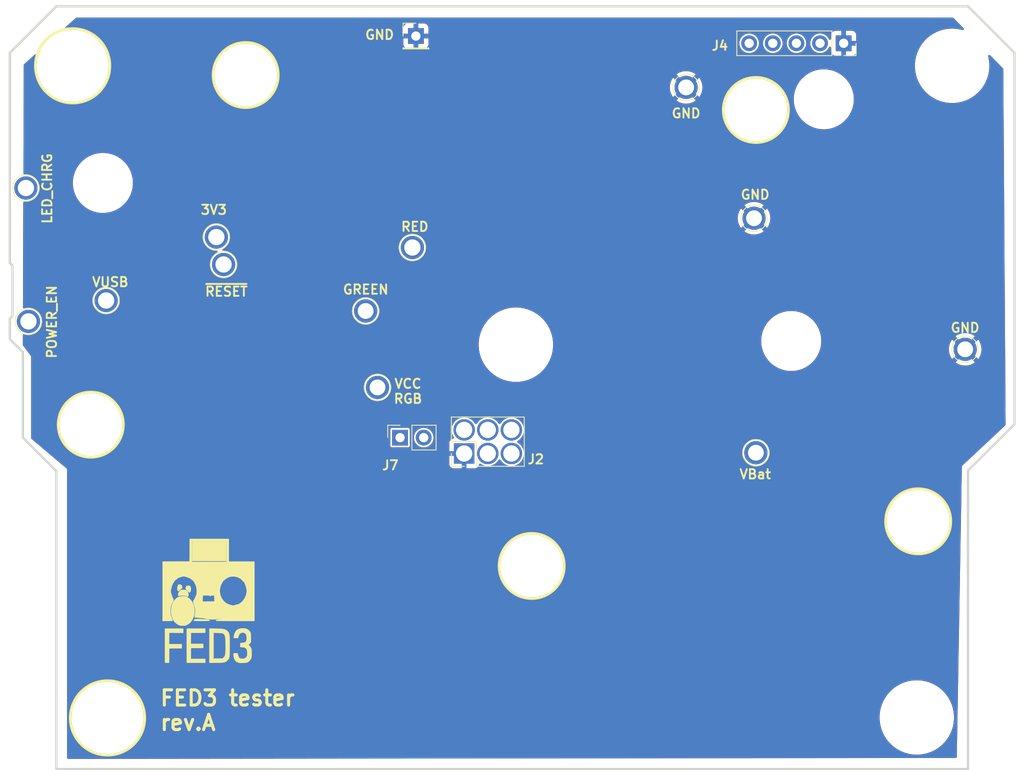
<source format=kicad_pcb>
(kicad_pcb (version 20241229) (generator "pcbnew") (generator_version "9.0")
  (layers (0 "F.Cu" signal) (4 "In1.Cu" signal) (6 "In2.Cu" signal) (2 "B.Cu" signal) (13 "F.Paste" user) (15 "B.Paste" user) (5 "F.SilkS" user "F.Silkscreen") (7 "B.SilkS" user "B.Silkscreen") (1 "F.Mask" user) (3 "B.Mask" user) (25 "Edge.Cuts" user))
  (net 0 "")
  (net 1 "GND")
  (net 2 "+3V3")
  (net 4 "/main core/DUT stage/~{RESET}")
  (net 5 "/main core/DUT stage/SWDIO")
  (net 6 "/main core/DUT stage/SWCLK")
  (net 7 "/main core/DUT stage/Motor-O")
  (net 8 "/main core/DUT stage/Motor-P")
  (net 9 "/main core/DUT stage/Motor-Y")
  (net 10 "/main core/DUT stage/Motor-B")
  (net 11 "/main core/DUT stage/VBattest")
  (net 12 "/main core/DUT stage/+3V3test")
  (net 13 "/main core/DUT stage/VUSBtest")
  (net 14 "/main core/DUT stage/VccRGB")
  (net 15 "/main core/DUT stage/ThermalPin")
  (net 16 "/main core/DUT stage/ExtVUSB")
  (net 17 "Net-(R49-Pad2)")
  (net 18 "Net-(R50-Pad2)")
  (net 19 "/main core/LED_CHRG")
  (net 20 "/main core/LED_GREEN")
  (net 21 "/main core/RED_LED")
  (footprint "" (layer "F.Cu") (at 151.4011 69.45)
    (property "Reference" "" (at 0 0 0) (layer "F.SilkS") (effects (font (size 1.27 1.27))))
    (property "Value" "")
    (pad "" np_thru_hole circle (at 0 0 180) (size 2.9 2.9) (drill 7) (layers "*.Cu" "*.Mask"))
  )
  (footprint "" (layer "F.Cu") (at 153.1 93.258951)
    (property "Reference" "" (at 0 0 0) (layer "F.SilkS") (effects (font (size 1.27 1.27))))
    (property "Value" "")
    (pad "" np_thru_hole circle (at 0 0 180) (size 2.95 2.95) (drill 2.95) (layers "*.Cu" "*.Mask"))
  )
  (footprint "FED3_PCBLib:Pin_D1.70mm" (layer "F.Cu") (at 136.5261 74.0464)
    (property "Reference" "TP6" (hide yes))
    (property "Value" "VccRGB" (hide yes))
    (fp_circle (center 0 0) (end -0.75 -1.2) (stroke (width 0.1)) (fill no) (layer "F.SilkS"))
    (pad "1" thru_hole circle (at 0 0) (size 2.5 2.5) (drill 1.7) (layers "*.Cu" "*.Mask") (net 14 "/main core/DUT stage/VccRGB"))
  )
  (footprint "" (layer "F.Cu") (at 105.7 78.058951)
    (property "Reference" "" (at 0 0 0) (layer "F.SilkS") (effects (font (size 1.27 1.27))))
    (property "Value" "")
    (pad "" np_thru_hole circle (at 0 0 180) (size 2.95 2.95) (drill 2.95) (layers "*.Cu" "*.Mask"))
  )
  (footprint "" (layer "F.Cu") (at 194.5 109.55)
    (property "Reference" "" (at 0 0 0) (layer "F.SilkS") (effects (font (size 1.27 1.27))))
    (property "Value" "")
    (pad "" np_thru_hole circle (at 0 0 180) (size 2.9 2.9) (drill 7) (layers "*.Cu" "*.Mask"))
  )
  (footprint "FED3_PCBLib:Pin_D1.75mm" (layer "F.Cu") (at 119.2011 57.8714 90)
    (property "Reference" "TP3" (hide yes))
    (property "Value" "+3V3test" (hide yes))
    (fp_circle (center 0 0) (end -0.75 -1.2) (stroke (width 0.1)) (fill no) (layer "F.SilkS"))
    (pad "1" thru_hole circle (at 0 0 90) (size 2.5 2.5) (drill 1.75) (layers "*.Cu" "*.Mask") (net 12 "/main core/DUT stage/+3V3test"))
  )
  (footprint "FED3_PCBLib:Pin_D1.75mm" (layer "F.Cu") (at 119.9761 60.8214)
    (property "Reference" "TP11" (hide yes))
    (property "Value" "GND" (hide yes))
    (fp_circle (center 0 0) (end -0.75 -1.2) (stroke (width 0.1)) (fill no) (layer "F.SilkS"))
    (pad "1" thru_hole circle (at 0 0) (size 2.5 2.5) (drill 1.75) (layers "*.Cu" "*.Mask") (net 17 "Net-(R49-Pad2)"))
  )
  (footprint "FED3_PCBLib:Pin_D1.70mm" (layer "F.Cu") (at 135.2511 65.8214 -90)
    (property "Reference" "TP12" (hide yes))
    (property "Value" "GND" (hide yes))
    (fp_circle (center 0 0) (end -0.75 -1.2) (stroke (width 0.1)) (fill no) (layer "F.SilkS"))
    (pad "1" thru_hole circle (at 0 0 270) (size 2.5 2.5) (drill 1.7) (layers "*.Cu" "*.Mask") (net 20 "/main core/LED_GREEN"))
  )
  (footprint "" (layer "F.Cu") (at 122.35 40.45)
    (property "Reference" "" (at 0 0 0) (layer "F.SilkS") (effects (font (size 1.27 1.27))))
    (property "Value" "")
    (pad "" np_thru_hole circle (at 0 0 180) (size 2.95 2.95) (drill 2.95) (layers "*.Cu" "*.Mask"))
  )
  (footprint "FED3_PCBLib:Pin_D1.70mm" (layer "F.Cu") (at 199.7011 69.9464 90)
    (property "Reference" "TP7" (hide yes))
    (property "Value" "GND" (hide yes))
    (fp_circle (center 0 0) (end -0.75 -1.2) (stroke (width 0.1)) (fill no) (layer "F.SilkS"))
    (pad "1" thru_hole circle (at 0 0 90) (size 2.5 2.5) (drill 1.7) (layers "*.Cu" "*.Mask") (net 1 "GND"))
  )
  (footprint "FED3_PCBLib:Pin_D1.75mm" (layer "F.Cu") (at 98.7261 52.5964)
    (property "Reference" "TP10" (hide yes))
    (property "Value" "GND" (hide yes))
    (fp_circle (center 0 0) (end -0.75 -1.2) (stroke (width 0.1)) (fill no) (layer "F.SilkS"))
    (pad "1" thru_hole circle (at 0 0) (size 2.5 2.5) (drill 1.75) (layers "*.Cu" "*.Mask") (net 19 "/main core/LED_CHRG"))
  )
  (footprint "" (layer "F.Cu") (at 194.65 88.458951)
    (property "Reference" "" (at 0 0 0) (layer "F.SilkS") (effects (font (size 1.27 1.27))))
    (property "Value" "")
    (pad "" np_thru_hole circle (at 0 0 180) (size 2.95 2.95) (drill 2.95) (layers "*.Cu" "*.Mask"))
  )
  (footprint "FED3_PCBLib:Pin_D1.70mm" (layer "F.Cu") (at 177.0011 55.8464)
    (property "Reference" "TP8" (hide yes))
    (property "Value" "GND" (hide yes))
    (fp_circle (center 0 0) (end -0.75 -1.2) (stroke (width 0.1)) (fill no) (layer "F.SilkS"))
    (pad "1" thru_hole circle (at 0 0) (size 2.5 2.5) (drill 1.7) (layers "*.Cu" "*.Mask") (net 1 "GND"))
  )
  (footprint "Connector_PinSocket_2.54mm:PinSocket_1x02_P2.54mm_Vertical" (layer "F.Cu") (at 138.9511 79.4464 90)
    (property "Reference" "J7" (at -2.9786 -1.0511 0) (layer "F.SilkS") (effects (font (thickness 0.2))))
    (property "Value" "Conn_01x02_Socket" (hide yes))
    (fp_line (start 1.33 -1.33) (end 1.33 0) (stroke (width 0.1)) (layer "F.SilkS"))
    (fp_line (start 0 -1.33) (end 1.33 -1.33) (stroke (width 0.1)) (layer "F.SilkS"))
    (fp_line (start 1.33 1.27) (end 1.33 3.87) (stroke (width 0.1)) (layer "F.SilkS"))
    (fp_line (start -1.33 1.27) (end 1.33 1.27) (stroke (width 0.1)) (layer "F.SilkS"))
    (fp_line (start -1.33 1.27) (end -1.33 3.87) (stroke (width 0.1)) (layer "F.SilkS"))
    (fp_line (start -1.33 3.87) (end 1.33 3.87) (stroke (width 0.1)) (layer "F.SilkS"))
    (pad "1" thru_hole rect (at 0 0 90) (size 1.7 1.7) (drill 1) (layers "*.Cu" "*.Mask") (net 16 "/main core/DUT stage/ExtVUSB"))
    (pad "2" thru_hole circle (at 0 2.54 90) (size 1.7 1.7) (drill 1) (layers "*.Cu" "*.Mask") (net 15 "/main core/DUT stage/ThermalPin"))
  )
  (footprint "FED3_PCBLib:Pin_D1.75mm" (layer "F.Cu") (at 99.0011 66.9464)
    (property "Reference" "TP9" (hide yes))
    (property "Value" "GND" (hide yes))
    (fp_circle (center 0 0) (end -0.75 -1.2) (stroke (width 0.1)) (fill no) (layer "F.SilkS"))
    (pad "1" thru_hole circle (at 0 0) (size 2.5 2.5) (drill 1.75) (layers "*.Cu" "*.Mask") (net 18 "Net-(R50-Pad2)"))
  )
  (footprint "" (layer "F.Cu") (at 198.3 39.45)
    (property "Reference" "" (at 0 0 0) (layer "F.SilkS") (effects (font (size 1.27 1.27))))
    (property "Value" "")
    (pad "" np_thru_hole circle (at 0 0 180) (size 2.9 2.9) (drill 7) (layers "*.Cu" "*.Mask"))
  )
  (footprint "" (layer "F.Cu") (at 107.5 109.6)
    (property "Reference" "" (at 0 0 0) (layer "F.SilkS") (effects (font (size 1.27 1.27))))
    (property "Value" "")
    (pad "" np_thru_hole circle (at 0 0 180) (size 2.9 2.9) (drill 7) (layers "*.Cu" "*.Mask"))
  )
  (footprint "FED3_PCBLib:Pin_D1.75mm" (layer "F.Cu") (at 107.3511 64.6964 90)
    (property "Reference" "TP4" (hide yes))
    (property "Value" "VUSBtest" (hide yes))
    (fp_circle (center 0 0) (end -0.75 -1.2) (stroke (width 0.1)) (fill no) (layer "F.SilkS"))
    (pad "1" thru_hole circle (at 0 0 90) (size 2.5 2.5) (drill 1.75) (layers "*.Cu" "*.Mask") (net 13 "/main core/DUT stage/VUSBtest"))
  )
  (footprint "FED3_PCBLib:Pin_D1.70mm" (layer "F.Cu") (at 177.2011 81.0714)
    (property "Reference" "TP2" (hide yes))
    (property "Value" "VBattest" (hide yes))
    (fp_circle (center 0 0) (end -0.75 -1.2) (stroke (width 0.1)) (fill no) (layer "F.SilkS"))
    (pad "1" thru_hole circle (at 0 0) (size 2.5 2.5) (drill 1.7) (layers "*.Cu" "*.Mask") (net 11 "/main core/DUT stage/VBattest"))
  )
  (footprint "FED3_PCBLib:PinHeader_2x03_to Probes" (layer "F.Cu") (at 145.83905 81.156143 90)
    (property "Reference" "J2" (at -0.618857 7.71095 0) (layer "F.SilkS") (effects (font (thickness 0.2))))
    (property "Value" "6pin_hd" (hide yes))
    (fp_line (start 3.92 -1.38) (end 3.92 6.46) (stroke (width 0.1)) (layer "F.SilkS"))
    (fp_line (start 1.27 -1.38) (end 3.92 -1.38) (stroke (width 0.1)) (layer "F.SilkS"))
    (fp_line (start -1.38 -1.38) (end 0 -1.38) (stroke (width 0.1)) (layer "F.SilkS"))
    (fp_line (start -1.38 0) (end -1.38 -1.38) (stroke (width 0.1)) (layer "F.SilkS"))
    (fp_line (start 1.27 1.27) (end 1.27 -1.38) (stroke (width 0.1)) (layer "F.SilkS"))
    (fp_line (start -1.38 1.27) (end 1.27 1.27) (stroke (width 0.1)) (layer "F.SilkS"))
    (fp_line (start -1.38 1.27) (end -1.38 6.46) (stroke (width 0.1)) (layer "F.SilkS"))
    (fp_line (start -1.38 6.46) (end 3.92 6.46) (stroke (width 0.1)) (layer "F.SilkS"))
    (pad "1" thru_hole rect (at 0 0 90) (size 2.2 2.2) (drill 1.75) (layers "*.Cu" "*.Mask") (net 1 "GND"))
    (pad "2" thru_hole circle (at 2.54 0 90) (size 2.3 2.3) (drill 1.75) (layers "*.Cu" "*.Mask") (net 4 "/main core/DUT stage/~{RESET}"))
    (pad "3" thru_hole circle (at 0 2.54 90) (size 2.3 2.2) (drill 1.75) (layers "*.Cu" "*.Mask") (net 5 "/main core/DUT stage/SWDIO"))
    (pad "4" thru_hole circle (at 2.54 2.54 90) (size 2.3 2.3) (drill 1.75) (layers "*.Cu" "*.Mask"))
    (pad "5" thru_hole circle (at 0 5.08 90) (size 2.3 2.4) (drill 1.75) (layers "*.Cu" "*.Mask") (net 6 "/main core/DUT stage/SWCLK"))
    (pad "6" thru_hole circle (at 2.54 5.08 90) (size 2.3 2.3) (drill 1.75) (layers "*.Cu" "*.Mask") (net 2 "+3V3"))
  )
  (footprint "" (layer "F.Cu") (at 181 69.05)
    (property "Reference" "@HOLE6" (hide yes))
    (property "Value" "" (hide yes))
    (pad "" np_thru_hole circle (at 0 0) (size 6.05 6.05) (drill 6.05) (layers "*.Cu" "*.Mask"))
  )
  (footprint "Connector_PinHeader_2.54mm:PinHeader_1x01_P2.54mm_Vertical" (layer "F.Cu") (at 140.6511 36.25)
    (property "Reference" "TP1" (hide yes))
    (property "Value" "GND" (hide yes))
    (fp_line (start -1.38 -1.38) (end 0 -1.38) (stroke (width 0.1)) (layer "F.SilkS"))
    (fp_line (start -1.38 0) (end -1.38 -1.38) (stroke (width 0.1)) (layer "F.SilkS"))
    (fp_line (start -1.38 1.27) (end -1.38 1.38) (stroke (width 0.1)) (layer "F.SilkS"))
    (fp_line (start -1.38 1.27) (end 1.38 1.27) (stroke (width 0.1)) (layer "F.SilkS"))
    (fp_line (start -1.38 1.38) (end 1.38 1.38) (stroke (width 0.1)) (layer "F.SilkS"))
    (fp_line (start 1.38 1.27) (end 1.38 1.38) (stroke (width 0.1)) (layer "F.SilkS"))
    (pad "1" thru_hole rect (at 0 0) (size 1.7 1.7) (drill 1) (layers "*.Cu" "*.Mask") (net 1 "GND"))
  )
  (footprint "FED3_PCBLib:Pin_D1.70mm" (layer "F.Cu") (at 169.7011 41.7714)
    (property "Reference" "TP5" (hide yes))
    (property "Value" "GND" (hide yes))
    (fp_circle (center 0 0) (end -0.75 -1.2) (stroke (width 0.1)) (fill no) (layer "F.SilkS"))
    (pad "1" thru_hole circle (at 0 0) (size 2.5 2.5) (drill 1.7) (layers "*.Cu" "*.Mask") (net 1 "GND"))
  )
  (footprint "" (layer "F.Cu") (at 103.75 39.45)
    (property "Reference" "" (at 0 0 0) (layer "F.SilkS") (effects (font (size 1.27 1.27))))
    (property "Value" "")
    (pad "" np_thru_hole circle (at 0 0 180) (size 2.9 2.9) (drill 7) (layers "*.Cu" "*.Mask"))
  )
  (footprint "FED3_PCBLib:Pin_D1.75mm" (layer "F.Cu") (at 140.2761 58.9964)
    (property "Reference" "TP13" (hide yes))
    (property "Value" "GND" (hide yes))
    (fp_circle (center 0 0) (end -0.75 -1.2) (stroke (width 0.1)) (fill no) (layer "F.SilkS"))
    (pad "1" thru_hole circle (at 0 0) (size 2.5 2.5) (drill 1.75) (layers "*.Cu" "*.Mask") (net 21 "/main core/RED_LED"))
  )
  (footprint "Connector_PinSocket_2.54mm:PinSocket_1x05_P2.54mm_Vertical" (layer "F.Cu") (at 186.64 37.025 -90)
    (property "Reference" "J4" (at 0.2614 13.3089 0) (layer "F.SilkS") (effects (font (thickness 0.2))))
    (property "Value" "MotorCkeck" (hide yes))
    (fp_line (start -1.33 11.49) (end 1.33 11.49) (stroke (width 0.1)) (layer "F.SilkS"))
    (fp_line (start -1.33 1.27) (end -1.33 11.49) (stroke (width 0.1)) (layer "F.SilkS"))
    (fp_line (start -1.33 1.27) (end 1.33 1.27) (stroke (width 0.1)) (layer "F.SilkS"))
    (fp_line (start 1.33 1.27) (end 1.33 11.49) (stroke (width 0.1)) (layer "F.SilkS"))
    (fp_line (start 0 -1.33) (end 1.33 -1.33) (stroke (width 0.1)) (layer "F.SilkS"))
    (fp_line (start 1.33 -1.33) (end 1.33 0) (stroke (width 0.1)) (layer "F.SilkS"))
    (pad "1" thru_hole rect (at 0 0 270) (size 1.7 1.7) (drill 1) (layers "*.Cu" "*.Mask") (net 1 "GND"))
    (pad "2" thru_hole circle (at 0 2.54 270) (size 1.7 1.7) (drill 1) (layers "*.Cu" "*.Mask") (net 7 "/main core/DUT stage/Motor-O"))
    (pad "3" thru_hole circle (at 0 5.08 270) (size 1.7 1.7) (drill 1) (layers "*.Cu" "*.Mask") (net 9 "/main core/DUT stage/Motor-Y"))
    (pad "4" thru_hole circle (at 0 7.62 270) (size 1.7 1.7) (drill 1) (layers "*.Cu" "*.Mask") (net 8 "/main core/DUT stage/Motor-P"))
    (pad "5" thru_hole circle (at 0 10.16 270) (size 1.7 1.7) (drill 1) (layers "*.Cu" "*.Mask") (net 10 "/main core/DUT stage/Motor-B"))
  )
  (footprint "" (layer "F.Cu") (at 177.2 44.208951)
    (property "Reference" "" (at 0 0 0) (layer "F.SilkS") (effects (font (size 1.27 1.27))))
    (property "Value" "")
    (pad "" np_thru_hole circle (at 0 0 180) (size 2.95 2.95) (drill 2.95) (layers "*.Cu" "*.Mask"))
  )
  (footprint "FED3_PCBLib:FED_logo" (layer "F.Cu") (at 118.2 97.05)
    (property "Reference" "G***" (hide yes))
    (property "Value" "LOGO" (hide yes))
    (fp_poly (pts (xy 0.347946 -0.585181) (xy 0.33213 -0.569365) (xy 0.316314 -0.585181) (xy 0.33213 -0.600996)) (stroke (width 0.1)) (fill yes) (layer "F.SilkS"))
    (fp_poly (pts (xy 2.024409 -5.361519) (xy 2.024409 -4.365131) (xy 0.237236 -4.365131) (xy -1.549937 -4.365131) (xy -1.549937 -5.361519) (xy -1.549937 -6.357908) (xy 0.237236 -6.357908) (xy 2.024409 -6.357908)) (stroke (width 0.1)) (fill yes) (layer "F.SilkS"))
    (fp_poly (pts (xy -2.835986 -1.749593) (xy -2.757365 -1.683477) (xy -2.722442 -1.571775) (xy -2.720299 -1.526414) (xy -2.726046 -1.436381) (xy -2.750974 -1.386027) (xy -2.806606 -1.352233) (xy -2.807285 -1.351932) (xy -2.907603 -1.296326) (xy -2.96497 -1.231225) (xy -2.982035 -1.194085) (xy -3.025418 -1.148959) (xy -3.087101 -1.14242) (xy -3.137192 -1.175448) (xy -3.143938 -1.188764) (xy -3.160699 -1.279971) (xy -3.161877 -1.404672) (xy -3.149016 -1.535461) (xy -3.123659 -1.644933) (xy -3.117305 -1.661664) (xy -3.078083 -1.735554) (xy -3.028014 -1.766059) (xy -2.95951 -1.771357)) (stroke (width 0.1)) (fill yes) (layer "F.SilkS"))
    (fp_poly (pts (xy -1.903537 -1.628919) (xy -1.827908 -1.576304) (xy -1.785703 -1.479677) (xy -1.771455 -1.331726) (xy -1.771357 -1.314901) (xy -1.783278 -1.170238) (xy -1.816196 -1.060033) (xy -1.865848 -0.99473) (xy -1.907584 -0.981309) (xy -1.945184 -1.003887) (xy -2.010915 -1.063073) (xy -2.092054 -1.147172) (xy -2.111394 -1.168627) (xy -2.190208 -1.263562) (xy -2.248776 -1.346273) (xy -2.276533 -1.401521) (xy -2.277459 -1.408152) (xy -2.259921 -1.468764) (xy -2.217181 -1.545584) (xy -2.212043 -1.552963) (xy -2.154238 -1.61573) (xy -2.083483 -1.641381) (xy -2.018057 -1.644832)) (stroke (width 0.1)) (fill yes) (layer "F.SilkS"))
    (fp_poly (pts (xy -0.680058 1.946999) (xy -0.48591 1.954186) (xy -0.294963 1.965443) (xy -0.117486 1.980296) (xy 0.036249 1.998271) (xy 0.155973 2.018893) (xy 0.231414 2.041687) (xy 0.253051 2.062335) (xy 0.222805 2.069132) (xy 0.137602 2.07524) (xy 0.005748 2.080403) (xy -0.164453 2.084366) (xy -0.364696 2.086872) (xy -0.569365 2.087671) (xy -0.789994 2.08665) (xy -0.98826 2.083775) (xy -1.155859 2.079324) (xy -1.284485 2.07358) (xy -1.365834 2.066821) (xy -1.39178 2.059913) (xy -1.370026 2.019432) (xy -1.339334 1.988742) (xy -1.283242 1.968455) (xy -1.178998 1.954611) (xy -1.036872 1.946737) (xy -0.867135 1.944358)) (stroke (width 0.1)) (fill yes) (layer "F.SilkS"))
    (fp_poly (pts (xy -0.221419 3.163138) (xy -0.221419 3.352926) (xy -0.419115 3.355842) (xy -0.516834 3.356864) (xy -0.662749 3.357854) (xy -0.841793 3.358734) (xy -1.0389 3.359429) (xy -1.190558 3.359784) (xy -1.764305 3.36081) (xy -1.769397 3.989496) (xy -1.774488 4.618182) (xy -1.108664 4.618182) (xy -0.442839 4.618182) (xy -0.442839 4.80797) (xy -0.442839 4.997758) (xy -1.103472 4.997758) (xy -1.764105 4.997758) (xy -1.769321 5.61457) (xy -1.774536 6.231382) (xy -0.997978 6.231382) (xy -0.221419 6.231382) (xy -0.221419 6.405355) (xy -0.221419 6.579327) (xy -1.186176 6.579327) (xy -2.150934 6.579327) (xy -2.150934 4.776339) (xy -2.150934 2.97335) (xy -1.186176 2.97335) (xy -0.221419 2.97335)) (stroke (width 0.1)) (fill yes) (layer "F.SilkS"))
    (fp_poly (pts (xy -2.593763 3.171046) (xy -2.593753 3.368742) (xy -3.349436 3.362393) (xy -4.105119 3.356044) (xy -4.110141 4.002928) (xy -4.115164 4.649813) (xy -3.433547 4.649813) (xy -2.75193 4.649813) (xy -2.75193 4.839601) (xy -2.75193 5.02939) (xy -3.42849 5.02939) (xy -3.663232 5.030236) (xy -3.840875 5.033015) (xy -3.967565 5.038087) (xy -4.049445 5.045812) (xy -4.09266 5.056549) (xy -4.103582 5.068929) (xy -4.103371 5.110704) (xy -4.103579 5.206317) (xy -4.104164 5.346346) (xy -4.105083 5.521367) (xy -4.106294 5.721958) (xy -4.107096 5.843898) (xy -4.112079 6.579327) (xy -4.301868 6.579327) (xy -4.491656 6.579327) (xy -4.491656 4.776339) (xy -4.491656 2.97335) (xy -3.542714 2.97335) (xy -2.593773 2.97335)) (stroke (width 0.1)) (fill yes) (layer "F.SilkS"))
    (fp_poly (pts (xy -2.408954 -1.195058) (xy -2.303806 -1.175765) (xy -2.252554 -1.142637) (xy -2.245828 -1.119225) (xy -2.220479 -1.080367) (xy -2.199024 -1.075467) (xy -2.150397 -1.047001) (xy -2.101067 -0.973149) (xy -2.058707 -0.871231) (xy -2.03099 -0.758568) (xy -2.024408 -0.681335) (xy -2.035343 -0.581949) (xy -2.071366 -0.538942) (xy -2.137305 -0.550089) (xy -2.212324 -0.594748) (xy -2.26846 -0.622102) (xy -2.350229 -0.638844) (xy -2.471348 -0.646914) (xy -2.591901 -0.648443) (xy -2.734397 -0.645636) (xy -2.861849 -0.638118) (xy -2.954787 -0.627249) (xy -2.981257 -0.621291) (xy -3.038607 -0.607711) (xy -3.06284 -0.62567) (xy -3.068188 -0.689567) (xy -3.068244 -0.709293) (xy -3.056241 -0.818978) (xy -3.025266 -0.923054) (xy -2.982867 -1.003574) (xy -2.936596 -1.042592) (xy -2.927517 -1.043836) (xy -2.88454 -1.06789) (xy -2.878455 -1.09017) (xy -2.848735 -1.147535) (xy -2.761218 -1.184749) (xy -2.618367 -1.200916) (xy -2.572129 -1.201561)) (stroke (width 0.1)) (fill yes) (layer "F.SilkS"))
    (fp_poly (pts (xy -2.39784 -0.502661) (xy -2.317556 -0.489495) (xy -2.24117 -0.462886) (xy -2.158779 -0.424579) (xy -1.930159 -0.277941) (xy -1.736856 -0.078873) (xy -1.578961 0.172508) (xy -1.456568 0.476082) (xy -1.454026 0.484139) (xy -1.415464 0.65945) (xy -1.393759 0.871461) (xy -1.388878 1.099046) (xy -1.400784 1.321079) (xy -1.429445 1.516434) (xy -1.455877 1.615675) (xy -1.510409 1.75973) (xy -1.572015 1.894401) (xy -1.633878 2.007339) (xy -1.68918 2.086197) (xy -1.731105 2.118628) (xy -1.733685 2.118847) (xy -1.760979 2.135333) (xy -1.757463 2.147825) (xy -1.766136 2.189143) (xy -1.817401 2.253001) (xy -1.899733 2.329171) (xy -2.001609 2.407424) (xy -2.111508 2.477529) (xy -2.1555 2.501184) (xy -2.255527 2.547767) (xy -2.343081 2.575501) (xy -2.441346 2.588996) (xy -2.573503 2.592861) (xy -2.616595 2.592856) (xy -2.757128 2.590326) (xy -2.85847 2.580057) (xy -2.94466 2.556363) (xy -3.039734 2.51356) (xy -3.11246 2.475585) (xy -3.218118 2.413615) (xy -3.299702 2.355218) (xy -3.342246 2.311358) (xy -3.344712 2.305454) (xy -3.383969 2.251086) (xy -3.411206 2.237295) (xy -3.461377 2.198621) (xy -3.525691 2.113612) (xy -3.59665 1.995382) (xy -3.666755 1.857041) (xy -3.728508 1.711703) (xy -3.755822 1.634681) (xy -3.791482 1.509084) (xy -3.813486 1.384052) (xy -3.824548 1.237916) (xy -3.827397 1.063318) (xy -3.804077 0.71179) (xy -3.734993 0.396883) (xy -3.621456 0.121357) (xy -3.464779 -0.112032) (xy -3.266272 -0.300526) (xy -3.138478 -0.384786) (xy -3.046321 -0.434292) (xy -2.965665 -0.466078) (xy -2.876229 -0.484958) (xy -2.757731 -0.495746) (xy -2.649066 -0.500963) (xy -2.501762 -0.505458)) (stroke (width 0.1)) (fill yes) (layer "F.SilkS"))
    (fp_poly (pts (xy 0.988481 2.981449) (xy 1.229814 2.987782) (xy 1.417859 2.994843) (xy 1.562589 3.003527) (xy 1.67398 3.014728) (xy 1.762005 3.02934) (xy 1.836639 3.048257) (xy 1.876235 3.061042) (xy 2.042094 3.134394) (xy 2.162473 3.222292) (xy 2.228851 3.318366) (xy 2.231746 3.326757) (xy 2.261025 3.365513) (xy 2.284625 3.364314) (xy 2.303989 3.363106) (xy 2.297647 3.377485) (xy 2.296174 3.420428) (xy 2.305721 3.429922) (xy 2.333743 3.469041) (xy 2.35663 3.5506) (xy 2.374576 3.677742) (xy 2.387776 3.853609) (xy 2.396425 4.081342) (xy 2.400718 4.364084) (xy 2.40085 4.704977) (xy 2.399056 4.934496) (xy 2.395695 5.240316) (xy 2.391682 5.489998) (xy 2.385758 5.690661) (xy 2.376663 5.849428) (xy 2.363138 5.973417) (xy 2.343925 6.069751) (xy 2.317763 6.14555) (xy 2.283394 6.207936) (xy 2.239558 6.264028) (xy 2.184997 6.320948) (xy 2.14739 6.357681) (xy 2.072525 6.423284) (xy 1.99307 6.474797) (xy 1.90048 6.513851) (xy 1.786209 6.542076) (xy 1.641713 6.561103) (xy 1.458446 6.572563) (xy 1.227863 6.578084) (xy 0.985701 6.579327) (xy 0.284683 6.579327) (xy 0.284683 6.203684) (xy 0.662511 6.203684) (xy 1.175167 6.197317) (xy 1.687823 6.190949) (xy 1.80589 6.074057) (xy 1.867416 6.007338) (xy 1.916345 5.937117) (xy 1.954084 5.855455) (xy 1.982036 5.754413) (xy 2.001609 5.62605) (xy 2.014206 5.462428) (xy 2.021234 5.255608) (xy 2.024098 4.997649) (xy 2.024409 4.83967) (xy 2.022654 4.527402) (xy 2.016938 4.271743) (xy 2.00658 4.066124) (xy 1.990901 3.903975) (xy 1.969222 3.778728) (xy 1.940862 3.683814) (xy 1.905142 3.612664) (xy 1.896087 3.599351) (xy 1.853637 3.530476) (xy 1.834687 3.480582) (xy 1.834621 3.478866) (xy 1.814722 3.460196) (xy 1.798191 3.466602) (xy 1.751046 3.464837) (xy 1.72702 3.444745) (xy 1.709812 3.425132) (xy 1.68716 3.410395) (xy 1.649783 3.399326) (xy 1.588404 3.390721) (xy 1.493742 3.383372) (xy 1.356517 3.376074) (xy 1.16745 3.36762) (xy 1.116848 3.365437) (xy 0.667943 3.346103) (xy 0.665227 4.774893) (xy 0.662511 6.203684) (xy 0.284683 6.203684) (xy 0.284683 4.772259) (xy 0.284683 2.965191)) (stroke (width 0.1)) (fill yes) (layer "F.SilkS"))
    (fp_poly (pts (xy 4.068031 2.962605) (xy 4.23648 3.006163) (xy 4.287726 3.028835) (xy 4.436458 3.126712) (xy 4.557631 3.247656) (xy 4.636407 3.375865) (xy 4.649876 3.41453) (xy 4.661575 3.488079) (xy 4.671304 3.609054) (xy 4.678149 3.761629) (xy 4.681195 3.929976) (xy 4.681269 3.957481) (xy 4.681445 4.388063) (xy 4.583922 4.51103) (xy 4.511736 4.592416) (xy 4.442148 4.65581) (xy 4.417858 4.672416) (xy 4.37962 4.700839) (xy 4.386428 4.711955) (xy 4.450882 4.738784) (xy 4.5309 4.806066) (xy 4.611803 4.898686) (xy 4.678916 5.00153) (xy 4.691271 5.025908) (xy 4.720068 5.093842) (xy 4.739686 5.164004) (xy 4.751818 5.250395) (xy 4.758157 5.367016) (xy 4.760395 5.527869) (xy 4.760523 5.598755) (xy 4.759571 5.77568) (xy 4.755508 5.903141) (xy 4.746525 5.994923) (xy 4.730812 6.064811) (xy 4.706559 6.126591) (xy 4.685783 6.168119) (xy 4.590067 6.326091) (xy 4.485861 6.440622) (xy 4.360991 6.518431) (xy 4.203287 6.566236) (xy 4.000576 6.590757) (xy 3.911891 6.595266) (xy 3.759671 6.598142) (xy 3.616779 6.595861) (xy 3.504381 6.588978) (xy 3.463637 6.583509) (xy 3.308451 6.5378) (xy 3.175316 6.467806) (xy 3.078085 6.382777) (xy 3.031196 6.294759) (xy 2.998141 6.232337) (xy 2.981605 6.215681) (xy 2.953088 6.165404) (xy 2.924413 6.0712) (xy 2.899711 5.952261) (xy 2.883117 5.827778) (xy 2.878456 5.736778) (xy 2.878456 5.630386) (xy 3.067025 5.630386) (xy 3.255594 5.630386) (xy 3.289525 5.764819) (xy 3.323773 5.880647) (xy 3.36985 5.990679) (xy 3.430304 6.10731) (xy 3.486998 6.154793) (xy 3.588041 6.191205) (xy 3.715014 6.213371) (xy 3.849497 6.218116) (xy 3.973073 6.202266) (xy 3.976425 6.201438) (xy 4.111549 6.155113) (xy 4.207406 6.086018) (xy 4.28534 5.97692) (xy 4.30876 5.933141) (xy 4.339772 5.861499) (xy 4.357263 5.785247) (xy 4.363462 5.685993) (xy 4.3606 5.545343) (xy 4.359366 5.515817) (xy 4.348978 5.358045) (xy 4.332729 5.251716) (xy 4.308401 5.185116) (xy 4.292577 5.163125) (xy 4.251066 5.103818) (xy 4.238606 5.066438) (xy 4.214018 5.031558) (xy 4.201557 5.02939) (xy 4.150954 5.009828) (xy 4.107478 4.977778) (xy 4.033158 4.942282) (xy 3.904729 4.917564) (xy 3.828212 4.910265) (xy 3.605978 4.894364) (xy 3.605978 4.713332) (xy 3.605978 4.5323) (xy 3.795573 4.512483) (xy 3.972482 4.485558) (xy 4.098149 4.443906) (xy 4.183991 4.381509) (xy 4.241425 4.29235) (xy 4.249522 4.273258) (xy 4.291865 4.099816) (xy 4.297538 3.898151) (xy 4.266379 3.691705) (xy 4.253859 3.645582) (xy 4.181313 3.497502) (xy 4.070551 3.394701) (xy 3.930815 3.340628) (xy 3.771347 3.338731) (xy 3.60139 3.392458) (xy 3.590162 3.397976) (xy 3.509369 3.440825) (xy 3.462691 3.470084) (xy 3.458309 3.478463) (xy 3.460607 3.502419) (xy 3.433974 3.560881) (xy 3.421425 3.582254) (xy 3.370926 3.688181) (xy 3.336718 3.801184) (xy 3.336247 3.803674) (xy 3.314255 3.922291) (xy 3.107872 3.922291) (xy 2.901489 3.922291) (xy 2.921777 3.774274) (xy 2.974499 3.522193) (xy 3.058542 3.321829) (xy 3.177726 3.167925) (xy 3.335871 3.055225) (xy 3.490368 2.992026) (xy 3.672294 2.954489) (xy 3.872409 2.945032)) (stroke (width 0.1)) (fill yes) (layer "F.SilkS"))
    (fp_poly (pts (xy 2.309091 -5.456414) (xy 2.309091 -4.238605) (xy 3.685056 -4.238605) (xy 5.061022 -4.238605) (xy 5.061022 -1.075467) (xy 5.061022 2.087671) (xy 3.020797 2.087671) (xy 2.667949 2.087272) (xy 2.334432 2.086122) (xy 2.025519 2.084287) (xy 1.746483 2.081838) (xy 1.502597 2.078841) (xy 1.299135 2.075366) (xy 1.141368 2.071481) (xy 1.034571 2.067254) (xy 0.984016 2.062754) (xy 0.980573 2.061214) (xy 1.008706 2.044996) (xy 1.081994 2.019787) (xy 1.183773 1.990026) (xy 1.297377 1.960156) (xy 1.406143 1.934616) (xy 1.493405 1.917848) (xy 1.534122 1.913699) (xy 1.578915 1.893359) (xy 1.621109 1.858344) (xy 1.688933 1.814639) (xy 1.738613 1.802989) (xy 1.800263 1.777397) (xy 1.83822 1.733) (xy 1.861123 1.686253) (xy 1.84967 1.681854) (xy 1.795221 1.715728) (xy 1.711824 1.751726) (xy 1.569405 1.790333) (xy 1.372107 1.830675) (xy 1.124074 1.87188) (xy 0.908489 1.902656) (xy 0.73877 1.916568) (xy 0.541379 1.918708) (xy 0.333086 1.910305) (xy 0.130663 1.892589) (xy -0.04912 1.86679) (xy -0.189493 1.834137) (xy -0.231749 1.819058) (xy -0.3429 1.786218) (xy -0.457291 1.771424) (xy -0.463693 1.771357) (xy -0.543305 1.768155) (xy -0.667366 1.759489) (xy -0.81744 1.746769) (xy -0.942683 1.734737) (xy -1.303893 1.698117) (xy -1.283434 1.521225) (xy -1.260437 1.311953) (xy -1.246482 1.150304) (xy -1.241522 1.021297) (xy -1.245507 0.909949) (xy -1.25839 0.801279) (xy -1.280123 0.680305) (xy -1.280715 0.677318) (xy -1.313123 0.533736) (xy -1.35065 0.397003) (xy -1.386372 0.291754) (xy -1.394347 0.272945) (xy -1.43986 0.138926) (xy -1.447272 0.066332) (xy -0.510244 0.066332) (xy 0.158058 0.061354) (xy 0.82636 0.056375) (xy 0.819227 -0.300551) (xy 0.812095 -0.657478) (xy 0.158255 -0.662349) (xy -0.495586 -0.667219) (xy -0.502915 -0.300444) (xy -0.510244 0.066332) (xy -1.447272 0.066332) (xy -1.451986 0.02016) (xy -1.430119 -0.068053) (xy -1.408852 -0.093852) (xy -1.369129 -0.145592) (xy -1.314116 -0.241839) (xy -1.251059 -0.367989) (xy -1.187207 -0.509438) (xy -1.129805 -0.65158) (xy -1.122944 -0.670031) (xy -1.097543 -0.755196) (xy -1.082923 -0.851634) (xy -1.077759 -0.975677) (xy -1.080726 -1.143659) (xy -1.081882 -1.176133) (xy -1.084066 -1.219673) (xy 1.340424 -1.219673) (xy 1.345403 -0.940704) (xy 1.354426 -0.876975) (xy 1.403526 -0.664133) (xy 1.474687 -0.460145) (xy 1.560632 -0.282259) (xy 1.654085 -0.147726) (xy 1.668671 -0.13197) (xy 1.725958 -0.063818) (xy 1.754154 -0.011579) (xy 1.75379 0.002834) (xy 1.761133 0.029294) (xy 1.777399 0.032631) (xy 1.829951 0.054048) (xy 1.897442 0.103906) (xy 1.958412 0.16336) (xy 1.991403 0.213565) (xy 1.992777 0.221769) (xy 2.009597 0.244136) (xy 2.018736 0.240741) (xy 2.059668 0.245553) (xy 2.129798 0.277247) (xy 2.153169 0.290769) (xy 2.223751 0.324279) (xy 2.335702 0.367597) (xy 2.469303 0.414079) (xy 2.604839 0.457076) (xy 2.722592 0.489943) (xy 2.783784 0.503347) (xy 2.819364 0.496692) (xy 2.901418 0.476556) (xy 3.015511 0.446561) (xy 3.081814 0.428518) (xy 3.208048 0.396168) (xy 3.311237 0.374159) (xy 3.376352 0.365485) (xy 3.389997 0.367122) (xy 3.414829 0.360158) (xy 3.41619 0.350624) (xy 3.441048 0.315279) (xy 3.49877 0.276171) (xy 3.564072 0.246701) (xy 3.611674 0.240269) (xy 3.617783 0.243769) (xy 3.635893 0.23905) (xy 3.637609 0.225174) (xy 3.661256 0.177752) (xy 3.717906 0.117263) (xy 3.786125 0.062871) (xy 3.844477 0.033738) (xy 3.852988 0.032631) (xy 3.880087 0.015349) (xy 3.876421 0.00255) (xy 3.881897 -0.039462) (xy 3.910735 -0.078819) (xy 4.020379 -0.219082) (xy 4.121108 -0.403965) (xy 4.205862 -0.614853) (xy 4.267582 -0.833129) (xy 4.299208 -1.040177) (xy 4.301868 -1.11019) (xy 4.291964 -1.225033) (xy 4.264994 -1.368198) (xy 4.225078 -1.527189) (xy 4.176333 -1.689507) (xy 4.122876 -1.842658) (xy 4.068826 -1.974144) (xy 4.018299 -2.071468) (xy 3.975415 -2.122134) (xy 3.96721 -2.125835) (xy 3.929917 -2.15271) (xy 3.865509 -2.214021) (xy 3.790883 -2.293275) (xy 3.711904 -2.375522) (xy 3.644015 -2.436362) (xy 3.603623 -2.461831) (xy 3.541355 -2.490477) (xy 3.511084 -2.51211) (xy 3.457645 -2.544518) (xy 3.366312 -2.588751) (xy 3.273848 -2.628236) (xy 3.086761 -2.681418) (xy 2.87756 -2.704784) (xy 2.662121 -2.699851) (xy 2.456321 -2.668132) (xy 2.276036 -2.611143) (xy 2.137141 -2.530399) (xy 2.123179 -2.518439) (xy 2.060505 -2.475605) (xy 2.026043 -2.461831) (xy 1.975684 -2.432266) (xy 1.912768 -2.373595) (xy 1.904613 -2.364446) (xy 1.845069 -2.30676) (xy 1.797104 -2.278143) (xy 1.791862 -2.27746) (xy 1.748453 -2.252645) (xy 1.723504 -2.218599) (xy 1.687576 -2.157573) (xy 1.632527 -2.070763) (xy 1.604724 -2.028538) (xy 1.474273 -1.782859) (xy 1.384777 -1.506814) (xy 1.340424 -1.219673) (xy -1.084066 -1.219673) (xy -1.090409 -1.346123) (xy -1.105043 -1.477513) (xy -1.131357 -1.591086) (xy -1.174928 -1.707619) (xy -1.241332 -1.847892) (xy -1.285337 -1.934395) (xy -1.317043 -2.012341) (xy -1.328518 -2.068828) (xy -1.352537 -2.112677) (xy -1.375965 -2.119303) (xy -1.420729 -2.144794) (xy -1.427949 -2.216734) (xy -1.427158 -2.222105) (xy -1.449036 -2.243271) (xy -1.469287 -2.245828) (xy -1.525397 -2.269993) (xy -1.540458 -2.287753) (xy -1.59084 -2.334717) (xy -1.621108 -2.350023) (xy -1.667967 -2.390855) (xy -1.676463 -2.420675) (xy -1.692635 -2.453634) (xy -1.712893 -2.448466) (xy -1.759041 -2.450927) (xy -1.784064 -2.472991) (xy -1.832457 -2.507103) (xy -1.92626 -2.550725) (xy -2.049421 -2.598394) (xy -2.185884 -2.644645) (xy -2.319595 -2.684014) (xy -2.434501 -2.711037) (xy -2.510685 -2.720299) (xy -2.606816 -2.708292) (xy -2.72474 -2.677765) (xy -2.783561 -2.657036) (xy -2.885835 -2.621088) (xy -2.972319 -2.598169) (xy -3.006152 -2.593773) (xy -3.079883 -2.573628) (xy -3.123599 -2.545783) (xy -3.260846 -2.430386) (xy -3.356236 -2.358706) (xy -3.412046 -2.329131) (xy -3.427453 -2.330898) (xy -3.444568 -2.323784) (xy -3.44782 -2.298547) (xy -3.471835 -2.253345) (xy -3.497134 -2.245828) (xy -3.530719 -2.231689) (xy -3.528554 -2.216875) (xy -3.535113 -2.176146) (xy -3.574119 -2.112502) (xy -3.5855 -2.098257) (xy -3.679249 -1.965155) (xy -3.75955 -1.802888) (xy -3.830804 -1.600608) (xy -3.89741 -1.347472) (xy -3.906859 -1.306274) (xy -3.929558 -1.201057) (xy -3.940708 -1.121112) (xy -3.939125 -1.047053) (xy -3.923625 -0.959495) (xy -3.893024 -0.839051) (xy -3.874033 -0.769038) (xy -3.829414 -0.620427) (xy -3.780015 -0.479774) (xy -3.733631 -0.368423) (xy -3.713678 -0.329848) (xy -3.656841 -0.215523) (xy -3.642673 -0.12425) (xy -3.670781 -0.032736) (xy -3.707555 0.031631) (xy -3.766054 0.135684) (xy -3.81624 0.242605) (xy -3.82042 0.253051) (xy -3.879285 0.408998) (xy -3.91949 0.534142) (xy -3.944636 0.6485) (xy -3.958321 0.772088) (xy -3.964145 0.924923) (xy -3.96547 1.059651) (xy -3.965587 1.229878) (xy -3.962147 1.354432) (xy -3.952247 1.4509) (xy -3.932983 1.536868) (xy -3.901452 1.629922) (xy -3.854751 1.747649) (xy -3.849946 1.759463) (xy -3.800005 1.884079) (xy -3.76062 1.985953) (xy -3.736979 2.051463) (xy -3.732503 2.067869) (xy -3.762369 2.074555) (xy -3.844908 2.080277) (xy -3.969535 2.08462) (xy -4.125663 2.087171) (xy -4.238605 2.087671) (xy -4.744707 2.087671) (xy -4.744707 -1.075467) (xy -4.744707 -4.205594) (xy -1.646937 -4.205594) (xy 0.237229 -4.207718) (xy 2.121396 -4.209842) (xy 2.118105 -5.329892) (xy 2.114814 -6.449941) (xy 0.237242 -6.452058) (xy -1.64033 -6.454175) (xy -1.643633 -5.329884) (xy -1.646937 -4.205594) (xy -4.744707 -4.205594) (xy -4.744707 -4.238605) (xy -3.329203 -4.243588) (xy -3.035054 -4.244589) (xy -2.759842 -4.245458) (xy -2.510135 -4.246179) (xy -2.2925 -4.246737) (xy -2.113507 -4.247115) (xy -1.979724 -4.247299) (xy -1.897719 -4.247271) (xy -1.874159 -4.247103) (xy -1.863663 -4.259612) (xy -1.855069 -4.301209) (xy -1.848218 -4.376723) (xy -1.842955 -4.490977) (xy -1.839121 -4.648799) (xy -1.836559 -4.855015) (xy -1.835112 -5.114452) (xy -1.834622 -5.431934) (xy -1.83462 -5.459928) (xy -1.83462 -6.674222) (xy 0.237236 -6.674222) (xy 2.309091 -6.674222)) (stroke (width 0.1)) (fill yes) (layer "F.SilkS"))
  )
  (footprint "" (layer "B.Cu") (at 107.0011 52.05 180)
    (property "Reference" "" (at 0 0 0) (layer "B.SilkS") (effects (font (size 1.27 1.27)) (justify mirror)))
    (property "Value" "")
    (pad "" np_thru_hole circle (at 0 0 180) (size 6.05 6.05) (drill 6.05) (layers "*.Cu" "*.Mask"))
  )
  (footprint "FED3_PCBLib:FED3 board" (layer "B.Cu") (at 150.4911 57.92 180)
    (property "Reference" "REF**" (hide yes))
    (property "Value" "FED3.2 board" (hide yes))
  )
  (footprint "" (layer "B.Cu") (at 184.5 43.05 180)
    (property "Reference" "@HOLE0" (hide yes))
    (property "Value" "" (hide yes))
    (pad "" np_thru_hole circle (at 0 0 180) (size 6.05 6.05) (drill 6.05) (layers "*.Cu" "*.Mask"))
  )
  (gr_circle (center 105.7 78.05) (end 109.2 78.05) (stroke (width 0.3)) (fill no) (layer "F.SilkS"))
  (gr_circle (center 103.75 39.45) (end 107.75 39.45) (stroke (width 0.3)) (fill no) (layer "F.SilkS"))
  (gr_circle (center 107.0011 52.0464) (end 109.6511 52.0164) (stroke (width 0.1)) (fill no) (layer "F.SilkS"))
  (gr_circle (center 122.35 40.441049) (end 125.85 40.441049) (stroke (width 0.3)) (fill no) (layer "F.SilkS"))
  (gr_circle (center 181.0011 69.0464) (end 183.6511 69.0564) (stroke (width 0.1)) (fill no) (layer "F.SilkS"))
  (gr_circle (center 194.65 88.45) (end 198.15 88.45) (stroke (width 0.3)) (fill no) (layer "F.SilkS"))
  (gr_circle (center 177.2 44.2) (end 180.7 44.2) (stroke (width 0.3)) (fill no) (layer "F.SilkS"))
  (gr_circle (center 107.5 109.6) (end 111.5 109.6) (stroke (width 0.3)) (fill no) (layer "F.SilkS"))
  (gr_circle (center 153.1 93.25) (end 156.6 93.25) (stroke (width 0.3)) (fill no) (layer "F.SilkS"))
  (gr_line (start 98.4 79.45) (end 98.4 70.25) (stroke (width 0.25)) (layer "Edge.Cuts"))
  (gr_line (start 200 33.05) (end 205 38.05) (stroke (width 0.25)) (layer "Edge.Cuts"))
  (gr_line (start 97.28 60.93) (end 97 60.65) (stroke (width 0.25)) (layer "Edge.Cuts"))
  (gr_line (start 97 38.05) (end 102 33.05) (stroke (width 0.25)) (layer "Edge.Cuts"))
  (gr_line (start 97.28 66.37) (end 97.28 60.93) (stroke (width 0.25)) (layer "Edge.Cuts"))
  (gr_line (start 97 60.65) (end 97 38.05) (stroke (width 0.25)) (layer "Edge.Cuts"))
  (gr_line (start 138 33.05) (end 164 33.05) (stroke (width 0.25)) (layer "Edge.Cuts"))
  (gr_line (start 97 66.65) (end 97.28 66.37) (stroke (width 0.25)) (layer "Edge.Cuts"))
  (gr_line (start 200 83) (end 200 115.1) (stroke (width 0.25)) (layer "Edge.Cuts"))
  (gr_line (start 205 78) (end 200 83) (stroke (width 0.25)) (layer "Edge.Cuts"))
  (gr_line (start 102 83.05) (end 98.4 79.45) (stroke (width 0.25)) (layer "Edge.Cuts"))
  (gr_line (start 102 33.05) (end 138 33.05) (stroke (width 0.25)) (layer "Edge.Cuts"))
  (gr_line (start 97 68.85) (end 97 66.65) (stroke (width 0.25)) (layer "Edge.Cuts"))
  (gr_line (start 205 38.05) (end 205 78) (stroke (width 0.25)) (layer "Edge.Cuts"))
  (gr_line (start 200 115.1) (end 102 115.1) (stroke (width 0.25)) (layer "Edge.Cuts"))
  (gr_line (start 102 83.05) (end 102 115.1) (stroke (width 0.25)) (layer "Edge.Cuts"))
  (gr_line (start 98.4 70.25) (end 97 68.85) (stroke (width 0.25)) (layer "Edge.Cuts"))
  (gr_line (start 164 33.05) (end 200 33.05) (stroke (width 0.25)) (layer "Edge.Cuts"))
  (gr_text "LED_CHRG" (at 101.6 52.65 90) (layer "F.SilkS") (effects (font (size 1 1) (thickness 0.2) (bold yes)) (justify bottom)))
  (gr_text "VUSB" (at 107.8 63.3 0) (layer "F.SilkS") (effects (font (size 1 1) (thickness 0.2) (bold yes)) (justify bottom)))
  (gr_text "POWER_EN" (at 102.1 67 90) (layer "F.SilkS") (effects (font (size 1 1) (thickness 0.2) (bold yes)) (justify bottom)))
  (gr_text "3V3" (at 118.925 55.525 0) (layer "F.SilkS") (effects (font (size 1 1) (thickness 0.2) (bold yes)) (justify bottom)))
  (gr_text "~{RESET}" (at 120.275 64.325 0) (layer "F.SilkS") (effects (font (size 1 1) (thickness 0.2) (bold yes)) (justify bottom)))
  (gr_text "GND" (at 199.6911 68.215 0) (layer "F.SilkS") (effects (font (size 1 1) (thickness 0.2) (bold yes)) (justify bottom)))
  (gr_text "VCC\nRGB" (at 139.8 75.85 0) (layer "F.SilkS") (effects (font (size 1 1) (thickness 0.2) (bold yes)) (justify bottom)))
  (gr_text "GND" (at 177.125 53.9 0) (layer "F.SilkS") (effects (font (size 1 1) (thickness 0.2) (bold yes)) (justify bottom)))
  (gr_text "GREEN" (at 132.7 64.1 0) (layer "F.SilkS") (effects (font (size 1 1) (thickness 0.2) (bold yes)) (justify left bottom)))
  (gr_text "RED" (at 138.95 57.35 0) (layer "F.SilkS") (effects (font (size 1 1) (thickness 0.2) (bold yes)) (justify left bottom)))
  (gr_text "VBat" (at 177.1311 83.3864 0) (layer "F.SilkS") (effects (font (size 1 1) (thickness 0.2) (bold yes))))
  (gr_text "GND" (at 169.7011 45.15 0) (layer "F.SilkS") (effects (font (size 1 1) (thickness 0.2) (bold yes)) (justify bottom)))
  (gr_text "GND" (at 136.7511 36.7 0) (layer "F.SilkS") (effects (font (size 1 1) (thickness 0.2) (bold yes)) (justify bottom)))
  (gr_text "FED3 tester\nrev.A" (at 113 111.075 0) (layer "F.SilkS") (effects (font (size 1.64084 1.64084) (thickness 0.328168) (bold yes)) (justify left bottom)))
  (zone (net 1) (net_name "GND") (layers "F.Cu" "B.Cu" "In1.Cu" "In2.Cu") (connect_pads (clearance 0.000001)) (min_thickness 0.25) (fill yes (thermal_gap 0.5) (thermal_bridge_width 0.5))
    (polygon (pts (xy 104.147028 34.254655) (xy 98.495928 39.304655) (xy 98.397028 69.504655) (xy 99.295928 70.704655) (xy 99.295928 79.554655) (xy 103.147028 82.804655) (xy 103.147028 114.004655) (xy 198.797028 113.904655) (xy 199.345928 82.504655) (xy 204.045928 78.104655) (xy 203.797028 39.754655) (xy 198.395928 34.254655)))
  )
)
</source>
